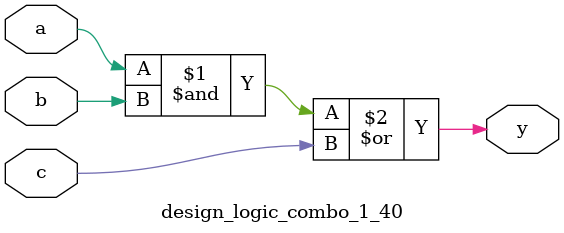
<source format=sv>
module design_logic_combo_1_40(input logic a,b,c, output logic y);
  assign y = (a & b) | c;
endmodule

</source>
